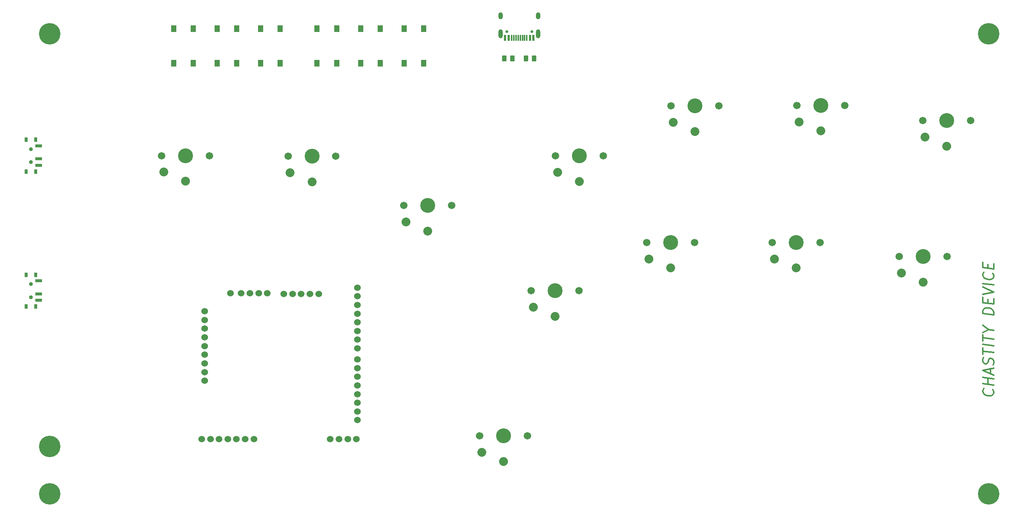
<source format=gts>
%TF.GenerationSoftware,KiCad,Pcbnew,(6.0.5)*%
%TF.CreationDate,2022-08-30T07:27:48-07:00*%
%TF.ProjectId,chastity-device-rev2,63686173-7469-4747-992d-646576696365,rev?*%
%TF.SameCoordinates,Original*%
%TF.FileFunction,Soldermask,Top*%
%TF.FilePolarity,Negative*%
%FSLAX46Y46*%
G04 Gerber Fmt 4.6, Leading zero omitted, Abs format (unit mm)*
G04 Created by KiCad (PCBNEW (6.0.5)) date 2022-08-30 07:27:48*
%MOMM*%
%LPD*%
G01*
G04 APERTURE LIST*
G04 Aperture macros list*
%AMRoundRect*
0 Rectangle with rounded corners*
0 $1 Rounding radius*
0 $2 $3 $4 $5 $6 $7 $8 $9 X,Y pos of 4 corners*
0 Add a 4 corners polygon primitive as box body*
4,1,4,$2,$3,$4,$5,$6,$7,$8,$9,$2,$3,0*
0 Add four circle primitives for the rounded corners*
1,1,$1+$1,$2,$3*
1,1,$1+$1,$4,$5*
1,1,$1+$1,$6,$7*
1,1,$1+$1,$8,$9*
0 Add four rect primitives between the rounded corners*
20,1,$1+$1,$2,$3,$4,$5,0*
20,1,$1+$1,$4,$5,$6,$7,0*
20,1,$1+$1,$6,$7,$8,$9,0*
20,1,$1+$1,$8,$9,$2,$3,0*%
G04 Aperture macros list end*
%ADD10C,0.300000*%
%ADD11C,1.701800*%
%ADD12C,3.429000*%
%ADD13C,2.032000*%
%ADD14C,4.950000*%
%ADD15R,1.300000X1.550000*%
%ADD16C,1.524000*%
%ADD17RoundRect,0.249999X-0.262501X-0.450001X0.262501X-0.450001X0.262501X0.450001X-0.262501X0.450001X0*%
%ADD18C,0.650000*%
%ADD19R,0.600000X1.450000*%
%ADD20R,0.300000X1.450000*%
%ADD21O,1.000000X1.600000*%
%ADD22O,1.000000X2.100000*%
%ADD23RoundRect,0.249999X0.262501X0.450001X-0.262501X0.450001X-0.262501X-0.450001X0.262501X-0.450001X0*%
%ADD24C,0.900000*%
%ADD25R,0.800000X1.000000*%
%ADD26R,1.500000X0.700000*%
G04 APERTURE END LIST*
D10*
X243892857Y-118956919D02*
X244011904Y-119090848D01*
X244130952Y-119462872D01*
X244130952Y-119700967D01*
X244011904Y-120043229D01*
X243773809Y-120251562D01*
X243535714Y-120340848D01*
X243059523Y-120400372D01*
X242702380Y-120355729D01*
X242226190Y-120177157D01*
X241988095Y-120028348D01*
X241750000Y-119760491D01*
X241630952Y-119388467D01*
X241630952Y-119150372D01*
X241750000Y-118808110D01*
X241869047Y-118703943D01*
X244130952Y-117915252D02*
X241630952Y-117602752D01*
X242821428Y-117751562D02*
X242821428Y-116322991D01*
X244130952Y-116486681D02*
X241630952Y-116174181D01*
X243416666Y-115325967D02*
X243416666Y-114135491D01*
X244130952Y-115653348D02*
X241630952Y-114507514D01*
X244130952Y-113986681D01*
X244011904Y-113257514D02*
X244130952Y-112915252D01*
X244130952Y-112320014D01*
X244011904Y-112067038D01*
X243892857Y-111933110D01*
X243654761Y-111784300D01*
X243416666Y-111754538D01*
X243178571Y-111843824D01*
X243059523Y-111947991D01*
X242940476Y-112171205D01*
X242821428Y-112632514D01*
X242702380Y-112855729D01*
X242583333Y-112959895D01*
X242345238Y-113049181D01*
X242107142Y-113019419D01*
X241869047Y-112870610D01*
X241750000Y-112736681D01*
X241630952Y-112483705D01*
X241630952Y-111888467D01*
X241750000Y-111546205D01*
X241630952Y-110817038D02*
X241630952Y-109388467D01*
X244130952Y-110415252D02*
X241630952Y-110102752D01*
X244130952Y-108867633D02*
X241630952Y-108555133D01*
X241630952Y-107721800D02*
X241630952Y-106293229D01*
X244130952Y-107320014D02*
X241630952Y-107007514D01*
X242940476Y-105147395D02*
X244130952Y-105296205D01*
X241630952Y-105817038D02*
X242940476Y-105147395D01*
X241630952Y-104150372D01*
X244130952Y-101724776D02*
X241630952Y-101412276D01*
X241630952Y-100817038D01*
X241750000Y-100474776D01*
X241988095Y-100266443D01*
X242226190Y-100177157D01*
X242702380Y-100117633D01*
X243059523Y-100162276D01*
X243535714Y-100340848D01*
X243773809Y-100489657D01*
X244011904Y-100757514D01*
X244130952Y-101129538D01*
X244130952Y-101724776D01*
X242821428Y-99061086D02*
X242821428Y-98227752D01*
X244130952Y-98034300D02*
X244130952Y-99224776D01*
X241630952Y-98912276D01*
X241630952Y-97721800D01*
X241630952Y-97007514D02*
X244130952Y-96486681D01*
X241630952Y-95340848D01*
X244130952Y-94820014D02*
X241630952Y-94507514D01*
X243892857Y-92171205D02*
X244011904Y-92305133D01*
X244130952Y-92677157D01*
X244130952Y-92915252D01*
X244011904Y-93257514D01*
X243773809Y-93465848D01*
X243535714Y-93555133D01*
X243059523Y-93614657D01*
X242702380Y-93570014D01*
X242226190Y-93391443D01*
X241988095Y-93242633D01*
X241750000Y-92974776D01*
X241630952Y-92602752D01*
X241630952Y-92364657D01*
X241750000Y-92022395D01*
X241869047Y-91918229D01*
X242821428Y-90965848D02*
X242821428Y-90132514D01*
X244130952Y-89939062D02*
X244130952Y-91129538D01*
X241630952Y-90817038D01*
X241630952Y-89626562D01*
D11*
X81820000Y-65170000D03*
D12*
X87320000Y-65170000D03*
D11*
X92820000Y-65170000D03*
D13*
X87320000Y-71070000D03*
X82320000Y-68970000D03*
D12*
X113920000Y-76520000D03*
D11*
X108420000Y-76520000D03*
X119420000Y-76520000D03*
D13*
X113920000Y-82420000D03*
X108920000Y-80320000D03*
D12*
X131420000Y-129620000D03*
D11*
X136920000Y-129620000D03*
X125920000Y-129620000D03*
D13*
X131420000Y-135520000D03*
X126420000Y-133420000D03*
D11*
X143360000Y-65110000D03*
D12*
X148860000Y-65110000D03*
D11*
X154360000Y-65110000D03*
D13*
X148860000Y-71010000D03*
X143860000Y-68910000D03*
D11*
X169920000Y-53580000D03*
X180920000Y-53580000D03*
D12*
X175420000Y-53580000D03*
D13*
X175420000Y-59480000D03*
X170420000Y-57380000D03*
D12*
X204390000Y-53460000D03*
D11*
X198890000Y-53460000D03*
X209890000Y-53460000D03*
D13*
X204390000Y-59360000D03*
X199390000Y-57260000D03*
D11*
X227836400Y-56950400D03*
D12*
X233336400Y-56950400D03*
D11*
X238836400Y-56950400D03*
D13*
X233336400Y-62850400D03*
X228336400Y-60750400D03*
D12*
X143250000Y-96150000D03*
D11*
X148750000Y-96150000D03*
X137750000Y-96150000D03*
D13*
X143250000Y-102050000D03*
X138250000Y-99950000D03*
D12*
X169860000Y-85040000D03*
D11*
X175360000Y-85040000D03*
X164360000Y-85040000D03*
D13*
X169860000Y-90940000D03*
X164860000Y-88840000D03*
D12*
X198710000Y-85040000D03*
D11*
X204210000Y-85040000D03*
X193210000Y-85040000D03*
D13*
X198710000Y-90940000D03*
X193710000Y-88840000D03*
D12*
X227896400Y-88290400D03*
D11*
X233396400Y-88290400D03*
X222396400Y-88290400D03*
D13*
X227896400Y-94190400D03*
X222896400Y-92090400D03*
D14*
X27000000Y-37000000D03*
X27000000Y-143000000D03*
X243000000Y-143000000D03*
X243000000Y-37000000D03*
D11*
X52725000Y-65050000D03*
X63725000Y-65050000D03*
D12*
X58225000Y-65050000D03*
D13*
X58225000Y-70950000D03*
X53225000Y-68850000D03*
D15*
X88500000Y-35775000D03*
X88500000Y-43725000D03*
X93000000Y-35775000D03*
X93000000Y-43725000D03*
X65500000Y-43725000D03*
X65500000Y-35775000D03*
X70000000Y-35775000D03*
X70000000Y-43725000D03*
X98500000Y-35775000D03*
X98500000Y-43725000D03*
X103000000Y-35775000D03*
X103000000Y-43725000D03*
X55500000Y-35775000D03*
X55500000Y-43725000D03*
X60000000Y-35775000D03*
X60000000Y-43725000D03*
X75500000Y-35775000D03*
X75500000Y-43725000D03*
X80000000Y-35775000D03*
X80000000Y-43725000D03*
X108500000Y-43725000D03*
X108500000Y-35775000D03*
X113000000Y-35775000D03*
X113000000Y-43725000D03*
D16*
X82850000Y-96940000D03*
X63960000Y-130350000D03*
X71050000Y-96760000D03*
X97550000Y-130350000D03*
X80850000Y-96940000D03*
X62600000Y-100920000D03*
X97810000Y-126000000D03*
X73960000Y-130350000D03*
X77050000Y-96760000D03*
X97810000Y-112000000D03*
X97790000Y-95460000D03*
X62600000Y-102920000D03*
X62600000Y-104920000D03*
X62600000Y-106920000D03*
X62600000Y-108920000D03*
X62600000Y-110920000D03*
X62600000Y-112920000D03*
X62600000Y-114920000D03*
X62600000Y-116920000D03*
X97790000Y-97460000D03*
X97790000Y-99460000D03*
X97790000Y-101460000D03*
X97790000Y-103460000D03*
X97790000Y-105460000D03*
X97790000Y-107460000D03*
X97790000Y-109460000D03*
X97810000Y-114000000D03*
X97810000Y-116000000D03*
X97810000Y-118000000D03*
X97810000Y-120000000D03*
X97810000Y-122000000D03*
X97810000Y-124000000D03*
X61960000Y-130350000D03*
X65960000Y-130350000D03*
X71960000Y-130350000D03*
X73050000Y-96760000D03*
X75050000Y-96760000D03*
X84850000Y-96940000D03*
X86850000Y-96940000D03*
X67960000Y-130350000D03*
X69960000Y-130350000D03*
X91550000Y-130350000D03*
X93550000Y-130350000D03*
X95550000Y-130350000D03*
X88850000Y-96940000D03*
X68550000Y-96760000D03*
D17*
X136587500Y-42680000D03*
X138412500Y-42680000D03*
D18*
X132110000Y-36446800D03*
X137890000Y-36446800D03*
D19*
X138250000Y-37891800D03*
X137450000Y-37891800D03*
D20*
X136750000Y-37891800D03*
X136250000Y-37891800D03*
X135750000Y-37891800D03*
X135250000Y-37891800D03*
X134750000Y-37891800D03*
X134250000Y-37891800D03*
X133750000Y-37891800D03*
X133250000Y-37891800D03*
D19*
X132550000Y-37891800D03*
X131750000Y-37891800D03*
D21*
X139320000Y-32796800D03*
D22*
X130680000Y-36976800D03*
X139320000Y-36976800D03*
D21*
X130680000Y-32796800D03*
D23*
X133412500Y-42680000D03*
X131587500Y-42680000D03*
D24*
X22670000Y-66540000D03*
D25*
X21570000Y-61390000D03*
D24*
X22670000Y-63540000D03*
D25*
X23780000Y-68690000D03*
X23780000Y-61390000D03*
X21570000Y-68690000D03*
D26*
X24430000Y-62790000D03*
X24430000Y-65790000D03*
X24430000Y-67290000D03*
D24*
X22670000Y-94650000D03*
D25*
X21570000Y-92500000D03*
D24*
X22670000Y-97650000D03*
D25*
X23780000Y-92500000D03*
X23780000Y-99800000D03*
X21570000Y-99800000D03*
D26*
X24430000Y-93900000D03*
X24430000Y-96900000D03*
X24430000Y-98400000D03*
D14*
X26980000Y-132020000D03*
M02*

</source>
